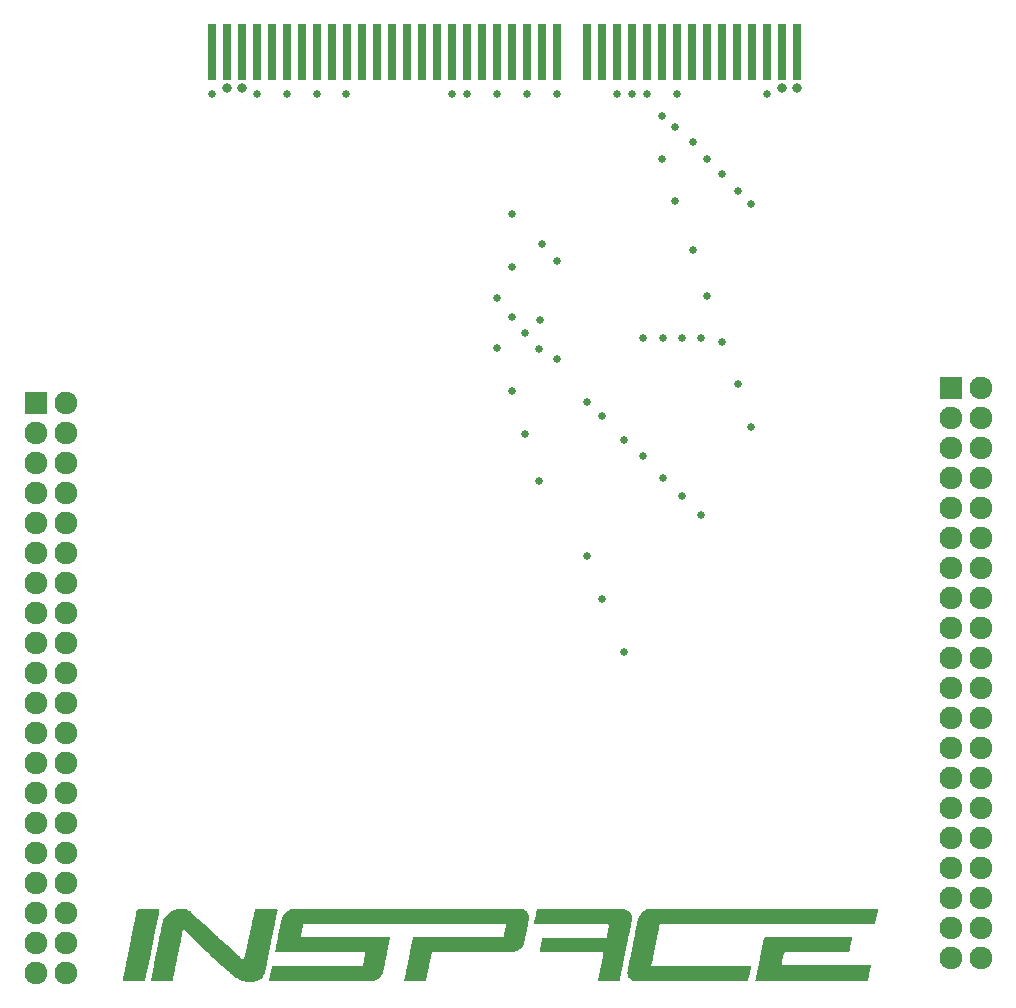
<source format=gbr>
%TF.GenerationSoftware,Altium Limited,Altium Designer,22.11.1 (43)*%
G04 Layer_Color=8388736*
%FSLAX45Y45*%
%MOMM*%
%TF.SameCoordinates,C297AA42-F212-4987-B5A2-20FF98F52B47*%
%TF.FilePolarity,Negative*%
%TF.FileFunction,Soldermask,Top*%
%TF.Part,Single*%
G01*
G75*
%TA.AperFunction,SMDPad,CuDef*%
%ADD21R,0.73320X4.77520*%
%TA.AperFunction,ComponentPad*%
%ADD22C,1.92820*%
%ADD23R,1.92820X1.92820*%
%TA.AperFunction,ViaPad*%
%ADD24C,0.64720*%
%ADD25C,0.83820*%
G36*
X4955054Y2504812D02*
X4980163Y2492723D01*
X4982023Y2489003D01*
X4988533Y2484353D01*
X4995042Y2474124D01*
X4998762Y2464824D01*
X5004342Y2444365D01*
X5002482Y2416466D01*
X5000622Y2410886D01*
X4998762Y2397867D01*
X4995972Y2382057D01*
X4994112Y2374618D01*
X4991323Y2364388D01*
X4989462Y2351369D01*
X4986673Y2335559D01*
X4984813Y2328120D01*
X4982023Y2317890D01*
X4980163Y2299291D01*
X4976443Y2284411D01*
X4972723Y2271392D01*
X4970863Y2252793D01*
X4969003Y2245353D01*
X4963424Y2226754D01*
X4960634Y2214664D01*
X4954124Y2202575D01*
X4948544Y2193275D01*
X4940175Y2183046D01*
X4937385Y2180256D01*
X4935525Y2176536D01*
X4932735Y2173746D01*
X4929015Y2171886D01*
X4921575Y2164446D01*
X4917855Y2162586D01*
X4914135Y2158867D01*
X4902046Y2154217D01*
X4889956Y2147707D01*
X4876007Y2144917D01*
X4850898Y2142127D01*
X4193415Y2143057D01*
X4182255Y2141197D01*
X4178535Y2137477D01*
X4176675Y2124458D01*
X4173886Y2108649D01*
X4171096Y2098419D01*
X4169236Y2090979D01*
X4164586Y2064010D01*
X4161796Y2053781D01*
X4159936Y2046341D01*
X4157146Y2024952D01*
X4152496Y2009143D01*
X4150637Y1996123D01*
X4147847Y1980314D01*
X4145057Y1970084D01*
X4141337Y1955205D01*
X4139477Y1936605D01*
X4137617Y1931026D01*
X4133897Y1918006D01*
X4132037Y1904987D01*
X4130177Y1901267D01*
X4127387Y1898477D01*
X3948835Y1900337D01*
X3946045Y1903127D01*
X3947905Y1910567D01*
X3951625Y1919866D01*
X3953485Y1938466D01*
X3955344Y1945905D01*
X3958134Y1957995D01*
X3960924Y1968224D01*
X3962784Y1981244D01*
X3965574Y1997053D01*
X3967434Y2004493D01*
X3970224Y2014722D01*
X3974874Y2043551D01*
X3977664Y2053781D01*
X3979523Y2061220D01*
X3984173Y2088189D01*
X3987893Y2103069D01*
X3991613Y2127248D01*
X3993473Y2134688D01*
X3996263Y2144917D01*
X3998123Y2152357D01*
X4000913Y2173746D01*
X4005562Y2189555D01*
X4007422Y2202575D01*
X4010212Y2218384D01*
X4012072Y2225824D01*
X4014862Y2236053D01*
X4016722Y2249073D01*
X4019512Y2263022D01*
X4024162Y2269532D01*
X4781151Y2271392D01*
X4787661Y2274182D01*
X4790451Y2276972D01*
X4792310Y2284411D01*
X4795100Y2305801D01*
X4799750Y2321610D01*
X4801610Y2334629D01*
X4804400Y2350439D01*
X4807190Y2360668D01*
X4810910Y2373688D01*
X4808120Y2380198D01*
X3299721D01*
X3091410Y2378338D01*
X3088620Y2375548D01*
X3086760Y2351369D01*
X3083040Y2342069D01*
X3081180Y2334629D01*
X3077460Y2308591D01*
X3071880Y2289991D01*
X3070021Y2276972D01*
X3071880Y2273252D01*
X3074670Y2270462D01*
X3826080Y2268602D01*
X3827010Y2258372D01*
X3823290Y2249073D01*
X3819570Y2226754D01*
X3816780Y2210945D01*
X3812130Y2195135D01*
X3809340Y2173746D01*
X3807481Y2166306D01*
X3804691Y2156077D01*
X3802831Y2148637D01*
X3800041Y2127248D01*
X3798181Y2119808D01*
X3795391Y2109578D01*
X3793531Y2102139D01*
X3790741Y2080750D01*
X3787951Y2070520D01*
X3784231Y2055641D01*
X3782372Y2037041D01*
X3780512Y2031462D01*
X3776792Y2018442D01*
X3774932Y1999843D01*
X3768422Y1982174D01*
X3766562Y1972874D01*
X3762842Y1963574D01*
X3758193Y1955205D01*
X3750753Y1942185D01*
X3742383Y1931956D01*
X3739593Y1929166D01*
X3737733Y1925446D01*
X3723784Y1915216D01*
X3707045Y1907777D01*
X3681006Y1900337D01*
X3662406Y1898477D01*
X2804051Y1899407D01*
X2802191Y1906847D01*
X2805911Y1921726D01*
X2809631Y1934746D01*
X2811491Y1947765D01*
X2814281Y1961715D01*
X2816141Y1969154D01*
X2818931Y1979384D01*
X2823581Y2006353D01*
X2825440Y2013793D01*
X2828230Y2020302D01*
X2831020Y2023092D01*
X2838460Y2024952D01*
X3594519Y2025882D01*
X3596379Y2033322D01*
X3598239Y2046341D01*
X3601959Y2059361D01*
X3605679Y2074240D01*
X3607539Y2092839D01*
X3609399Y2098419D01*
X3613119Y2111439D01*
X3616838Y2137477D01*
X3612188Y2142127D01*
X3604749Y2143987D01*
X3597309Y2142127D01*
X2871008Y2143057D01*
X2860779Y2142127D01*
X2854269Y2146777D01*
X2857059Y2173746D01*
X2858919Y2183046D01*
X2863569Y2198855D01*
X2866359Y2220244D01*
X2871939Y2242563D01*
X2873798Y2253723D01*
X2877518Y2274182D01*
X2881238Y2289061D01*
X2884958Y2313240D01*
X2886818Y2320680D01*
X2889608Y2330909D01*
X2891468Y2343929D01*
X2894258Y2359738D01*
X2897048Y2369968D01*
X2898907Y2377408D01*
X2900767Y2390427D01*
X2903557Y2406236D01*
X2908207Y2422046D01*
X2911927Y2436925D01*
X2915647Y2440645D01*
X2919367Y2449945D01*
X2921227Y2453665D01*
X2926806Y2459244D01*
X2932386Y2468544D01*
X2950055Y2486213D01*
X2959355Y2491793D01*
X2983534Y2502953D01*
X2996554Y2504812D01*
X3020733Y2506672D01*
X4955054Y2504812D01*
D02*
G37*
G36*
X1873159D02*
X1874089Y2490863D01*
X1872229Y2485283D01*
X1869439Y2475054D01*
X1867579Y2467614D01*
X1862000Y2434135D01*
X1859210Y2423906D01*
X1857350Y2416466D01*
X1852700Y2389497D01*
X1849910Y2379268D01*
X1848050Y2371828D01*
X1845260Y2350439D01*
X1843400Y2342999D01*
X1840610Y2332770D01*
X1838750Y2325330D01*
X1836891Y2306730D01*
X1835031Y2301151D01*
X1831311Y2288131D01*
X1829451Y2275112D01*
X1826661Y2259303D01*
X1823871Y2249073D01*
X1822011Y2241633D01*
X1817361Y2212804D01*
X1814571Y2202575D01*
X1812712Y2195135D01*
X1808062Y2168166D01*
X1805272Y2157937D01*
X1803412Y2150497D01*
X1800622Y2129108D01*
X1798762Y2121668D01*
X1795972Y2111439D01*
X1794112Y2103999D01*
X1792252Y2085399D01*
X1790392Y2079820D01*
X1786673Y2066800D01*
X1784813Y2053781D01*
X1782023Y2037972D01*
X1779233Y2027742D01*
X1777373Y2020302D01*
X1775513Y2007283D01*
X1772723Y1991473D01*
X1769933Y1981244D01*
X1768073Y1973804D01*
X1763424Y1946835D01*
X1760634Y1936605D01*
X1758774Y1929166D01*
X1755984Y1907777D01*
X1753194Y1901267D01*
X1744824Y1898477D01*
X1561622Y1899407D01*
X1562552Y1918936D01*
X1566272Y1920796D01*
X1569061Y1931026D01*
X1570921Y1949625D01*
X1572781Y1957065D01*
X1575571Y1967294D01*
X1577431Y1974734D01*
X1579291Y1985894D01*
X1583011Y2006353D01*
X1584871Y2013793D01*
X1587661Y2024022D01*
X1590451Y2045411D01*
X1592311Y2052851D01*
X1595100Y2063080D01*
X1596960Y2070520D01*
X1599750Y2091909D01*
X1604400Y2107719D01*
X1606260Y2120738D01*
X1609050Y2136547D01*
X1610910Y2143987D01*
X1613700Y2154217D01*
X1615560Y2167236D01*
X1618350Y2183046D01*
X1621139Y2193275D01*
X1622999Y2200715D01*
X1627649Y2227684D01*
X1630439Y2237913D01*
X1632299Y2245353D01*
X1635089Y2266742D01*
X1636949Y2274182D01*
X1639739Y2284411D01*
X1641598Y2291851D01*
X1644388Y2313240D01*
X1649038Y2329050D01*
X1650898Y2342069D01*
X1653688Y2357878D01*
X1656478Y2368108D01*
X1658338Y2375548D01*
X1660198Y2388567D01*
X1662988Y2404376D01*
X1665777Y2414606D01*
X1667638Y2422046D01*
X1672287Y2449015D01*
X1675077Y2459244D01*
X1676937Y2466684D01*
X1679727Y2488073D01*
X1681587Y2495513D01*
X1684377Y2502023D01*
X1689027Y2506672D01*
X1808062D01*
X1873159Y2504812D01*
D02*
G37*
G36*
X2074031Y2506672D02*
X2075891D01*
X2083331Y2504812D01*
X2100070Y2502953D01*
X2116809Y2495513D01*
X2124249Y2493653D01*
X2129829Y2488073D01*
X2137268Y2486213D01*
X2144708Y2478774D01*
X2148428Y2476914D01*
X2165167Y2460174D01*
X2168887Y2458314D01*
X2183767Y2443435D01*
X2187486Y2441575D01*
X2204226Y2424836D01*
X2207946Y2422976D01*
X2224685Y2406236D01*
X2228405Y2404376D01*
X2252584Y2380198D01*
X2256304Y2378338D01*
X2273043Y2361598D01*
X2276763Y2359738D01*
X2280483Y2354159D01*
X2284202Y2352299D01*
X2300942Y2335559D01*
X2304662Y2333699D01*
X2313961Y2324400D01*
X2317681Y2322540D01*
X2341860Y2298361D01*
X2345580Y2296501D01*
X2362319Y2279762D01*
X2365109Y2278832D01*
X2366969Y2275112D01*
X2373479Y2270462D01*
X2395798Y2248143D01*
X2399518Y2246283D01*
X2408817Y2236983D01*
X2412537Y2235124D01*
X2431136Y2216524D01*
X2434856Y2214664D01*
X2436716Y2210945D01*
X2440436Y2209084D01*
X2449736Y2199785D01*
X2452526Y2198855D01*
X2454385Y2195135D01*
X2457175Y2192345D01*
X2460895Y2190485D01*
X2485074Y2166306D01*
X2488794Y2164446D01*
X2505533Y2147707D01*
X2509253Y2145847D01*
X2511113Y2142127D01*
X2514833Y2140267D01*
X2525993Y2129108D01*
X2529712Y2127248D01*
X2546452Y2110509D01*
X2550172Y2108649D01*
X2552031Y2104929D01*
X2555751Y2103069D01*
X2574351Y2084470D01*
X2577140Y2083540D01*
X2579000Y2079820D01*
X2581790Y2077030D01*
X2589230Y2078890D01*
X2591090Y2086330D01*
X2593880Y2096559D01*
X2595740Y2103999D01*
X2597600Y2117018D01*
X2600390Y2129108D01*
X2605039Y2144917D01*
X2608759Y2169096D01*
X2612479Y2178396D01*
X2616199Y2204435D01*
X2621779Y2223034D01*
X2623639Y2230474D01*
X2626429Y2248143D01*
X2631078Y2263952D01*
X2632938Y2276972D01*
X2637588Y2296501D01*
X2640378Y2306730D01*
X2642238Y2319750D01*
X2644098Y2330909D01*
X2647818Y2340209D01*
X2649677Y2353229D01*
X2651537Y2360668D01*
X2654327Y2374618D01*
X2657117Y2384847D01*
X2658977Y2392287D01*
X2661767Y2409956D01*
X2666417Y2425766D01*
X2668277Y2438785D01*
X2671067Y2450875D01*
X2672927Y2458314D01*
X2675717Y2468544D01*
X2677577Y2475984D01*
X2679436Y2492723D01*
X2685946Y2504812D01*
X2693386Y2506672D01*
X2871939Y2504812D01*
X2874728Y2496443D01*
X2872869Y2490863D01*
X2870079Y2478774D01*
X2866359Y2463894D01*
X2862639Y2439715D01*
X2860779Y2432276D01*
X2857989Y2422046D01*
X2854269Y2396007D01*
X2850549Y2382987D01*
X2848690Y2375548D01*
X2846829Y2362528D01*
X2844040Y2348579D01*
X2842180Y2341139D01*
X2839390Y2330909D01*
X2837530Y2312310D01*
X2835670Y2304871D01*
X2831950Y2291851D01*
X2830090Y2284411D01*
X2827300Y2264882D01*
X2825440Y2257443D01*
X2822650Y2247213D01*
X2818931Y2221174D01*
X2817071Y2213734D01*
X2813351Y2200715D01*
X2811491Y2187695D01*
X2808701Y2171886D01*
X2805911Y2161656D01*
X2804051Y2154217D01*
X2802191Y2141197D01*
X2799402Y2127248D01*
X2796612Y2117018D01*
X2794752Y2109578D01*
X2792892Y2090979D01*
X2791032Y2083540D01*
X2787312Y2070520D01*
X2785452Y2063080D01*
X2782662Y2041691D01*
X2780802Y2034252D01*
X2778012Y2025882D01*
X2776152Y2012862D01*
X2773362Y1997053D01*
X2771503Y1989613D01*
X2768713Y1979384D01*
X2766853Y1966364D01*
X2763133Y1957065D01*
X2753833Y1940326D01*
X2750113Y1936605D01*
X2748254Y1932886D01*
X2732444Y1917076D01*
X2723145Y1911497D01*
X2719425Y1907777D01*
X2707335Y1903127D01*
X2704545Y1900337D01*
X2682226Y1894757D01*
X2679436Y1891968D01*
X2678506Y1889178D01*
X2597600Y1890107D01*
X2595740Y1893827D01*
X2585510Y1896617D01*
X2565981Y1901267D01*
X2563191Y1904057D01*
X2555751Y1905917D01*
X2527852Y1920796D01*
X2524133Y1924516D01*
X2520413Y1926376D01*
X2512973Y1933816D01*
X2509253Y1935676D01*
X2501814Y1943115D01*
X2498094Y1944975D01*
X2485074Y1957995D01*
X2481354Y1959855D01*
X2473915Y1967294D01*
X2470195Y1969154D01*
X2460895Y1978454D01*
X2457175Y1980314D01*
X2447876Y1989613D01*
X2445086Y1990543D01*
X2443226Y1994263D01*
X2436716Y1998913D01*
X2431136Y2004493D01*
X2427417Y2006353D01*
X2419977Y2013793D01*
X2416257Y2015652D01*
X2408817Y2023092D01*
X2405098Y2024952D01*
X2397658Y2032392D01*
X2393938Y2034252D01*
X2369759Y2058431D01*
X2366039Y2060291D01*
X2362319Y2065870D01*
X2358599Y2067730D01*
X2332560Y2093769D01*
X2328841Y2095629D01*
X2302802Y2121668D01*
X2299082Y2123528D01*
X2282342Y2140267D01*
X2278623Y2142127D01*
X2245144Y2175606D01*
X2241424Y2177466D01*
X2237704Y2183046D01*
X2233984Y2184905D01*
X2207946Y2210945D01*
X2204226Y2212804D01*
X2200506Y2218384D01*
X2196786Y2220244D01*
X2081471Y2335559D01*
X2073101Y2334629D01*
X2071241Y2327190D01*
X2068451Y2307661D01*
X2066591Y2300221D01*
X2063801Y2289991D01*
X2061942Y2276972D01*
X2059152Y2261162D01*
X2057292Y2253723D01*
X2054502Y2243493D01*
X2052642Y2230474D01*
X2049852Y2214664D01*
X2047062Y2204435D01*
X2045202Y2196995D01*
X2043342Y2183976D01*
X2040552Y2170026D01*
X2037762Y2159797D01*
X2035902Y2152357D01*
X2034043Y2133757D01*
X2032183Y2126318D01*
X2028463Y2113298D01*
X2026603Y2105859D01*
X2023813Y2084470D01*
X2019163Y2068660D01*
X2017303Y2055641D01*
X2014513Y2039831D01*
X2012654Y2032392D01*
X2009864Y2022162D01*
X2008004Y2009143D01*
X2005214Y1993333D01*
X2002424Y1983104D01*
X2000564Y1975664D01*
X1998704Y1962645D01*
X1995914Y1948695D01*
X1992194Y1933816D01*
X1990334Y1922656D01*
X1986615Y1902197D01*
X1977315Y1898477D01*
X1804342Y1900337D01*
X1801552Y1906847D01*
X1803412Y1912426D01*
X1806202Y1924516D01*
X1808992Y1934746D01*
X1810852Y1942185D01*
X1813642Y1963574D01*
X1815502Y1971014D01*
X1818291Y1981244D01*
X1820151Y1994263D01*
X1822941Y2010073D01*
X1824801Y2017512D01*
X1827591Y2027742D01*
X1829451Y2040761D01*
X1832241Y2058431D01*
X1836891Y2074240D01*
X1838750Y2092839D01*
X1846190Y2122598D01*
X1850840Y2149567D01*
X1854560Y2164446D01*
X1859210Y2195135D01*
X1861070Y2200715D01*
X1864790Y2215594D01*
X1867579Y2236983D01*
X1872229Y2252793D01*
X1874089Y2265812D01*
X1876879Y2283482D01*
X1879669Y2293711D01*
X1881529Y2301151D01*
X1883389Y2314170D01*
X1886179Y2329980D01*
X1888969Y2340209D01*
X1890828Y2347649D01*
X1892688Y2366248D01*
X1894548Y2373688D01*
X1898268Y2386707D01*
X1900128Y2394147D01*
X1902918Y2406236D01*
X1914077Y2428555D01*
X1923377Y2443435D01*
X1926167Y2446225D01*
X1928027Y2449945D01*
X1954996Y2476914D01*
X1964296Y2482493D01*
X1981035Y2491793D01*
X1990334Y2495513D01*
X2008004Y2502023D01*
X2018233Y2504812D01*
X2056362Y2507602D01*
X2074031Y2506672D01*
D02*
G37*
G36*
X7013990Y2270462D02*
X7732851Y2271392D01*
X7736571Y2269532D01*
X7737501Y2263022D01*
X7735641Y2253723D01*
X7733781Y2246283D01*
X7730991Y2236053D01*
X7729131Y2217454D01*
X7721691Y2187695D01*
X7717042Y2158867D01*
X7713322Y2149567D01*
X7709602Y2143987D01*
X7702162Y2142127D01*
X7693793Y2143057D01*
X7179523Y2142127D01*
X7173944Y2143987D01*
X7168364Y2142127D01*
X7159994Y2137477D01*
X7158134Y2124458D01*
X7155344Y2108649D01*
X7150695Y2092839D01*
X7146045Y2065870D01*
X7144185Y2058431D01*
X7141395Y2048201D01*
X7143255Y2033322D01*
X7896524Y2031462D01*
X7898384Y2024022D01*
X7894664Y2014722D01*
X7891874Y2002633D01*
X7888155Y1978454D01*
X7882575Y1956135D01*
X7880715Y1941255D01*
X7878855Y1931956D01*
X7876995Y1924516D01*
X7874205Y1914286D01*
X7871415Y1900337D01*
X7865836Y1898477D01*
X7531049D01*
X6922854Y1900337D01*
X6920064Y1904987D01*
X6923784Y1914286D01*
X6925644Y1921726D01*
X6928434Y1943115D01*
X6931224Y1953345D01*
X6934943Y1968224D01*
X6936803Y1986824D01*
X6938663Y1992403D01*
X6942383Y2005423D01*
X6944243Y2018442D01*
X6947033Y2034252D01*
X6949823Y2044481D01*
X6951683Y2051921D01*
X6956333Y2080750D01*
X6959122Y2090979D01*
X6960982Y2098419D01*
X6965632Y2125388D01*
X6968422Y2135618D01*
X6970282Y2143057D01*
X6973072Y2164446D01*
X6974932Y2171886D01*
X6977722Y2182116D01*
X6979582Y2189555D01*
X6982372Y2210945D01*
X6987021Y2226754D01*
X6991671Y2255583D01*
X6995391Y2264882D01*
X6999111Y2270462D01*
X7008410Y2272322D01*
X7013990Y2270462D01*
D02*
G37*
G36*
X7961622Y2505743D02*
X7960692Y2489933D01*
X7956972Y2488073D01*
X7954182Y2477844D01*
X7952322Y2464824D01*
X7949532Y2450875D01*
X7944882Y2435065D01*
X7942093Y2417396D01*
X7940233Y2409956D01*
X7935583Y2394147D01*
X7933723Y2382987D01*
X7930933Y2380198D01*
X6733142D01*
X6110067Y2378338D01*
X6107277Y2375548D01*
X6105417Y2356949D01*
X6103557Y2349509D01*
X6101697Y2338349D01*
X6099837Y2332770D01*
X6096118Y2317890D01*
X6094258Y2299291D01*
X6092398Y2293711D01*
X6088678Y2280692D01*
X6084028Y2253723D01*
X6080308Y2238843D01*
X6078448Y2227684D01*
X6074728Y2207225D01*
X6071939Y2196995D01*
X6070079Y2189555D01*
X6067289Y2168166D01*
X6064499Y2157937D01*
X6060779Y2143057D01*
X6058919Y2124458D01*
X6057059Y2118878D01*
X6053339Y2105859D01*
X6051479Y2092839D01*
X6048689Y2077030D01*
X6045900Y2066800D01*
X6044040Y2059361D01*
X6042180Y2046341D01*
X6039390Y2032392D01*
X6038460Y2029602D01*
X6043110Y2024952D01*
X6052409Y2023092D01*
X6057989Y2024952D01*
X6880076Y2023092D01*
X6882866Y2020302D01*
X6880076Y2000773D01*
X6876356Y1985894D01*
X6873566Y1975664D01*
X6870776Y1954275D01*
X6867986Y1944045D01*
X6864266Y1929166D01*
X6861476Y1909637D01*
X6857757Y1900337D01*
X6850317Y1898477D01*
X5883156Y1900337D01*
X5862697Y1911497D01*
X5846888Y1923586D01*
X5845028Y1927306D01*
X5841308Y1931026D01*
X5837588Y1940326D01*
X5835728Y1970084D01*
X5837588Y1983104D01*
X5839448Y2001703D01*
X5843168Y2011003D01*
X5845028Y2024022D01*
X5846888Y2031462D01*
X5848748Y2048201D01*
X5852467Y2057501D01*
X5856187Y2083540D01*
X5858977Y2093769D01*
X5862697Y2108649D01*
X5864557Y2123528D01*
X5866417Y2132828D01*
X5868277Y2140267D01*
X5871067Y2150497D01*
X5872927Y2163516D01*
X5875716Y2179326D01*
X5878506Y2189555D01*
X5880366Y2196995D01*
X5882226Y2210014D01*
X5885016Y2225824D01*
X5889666Y2241633D01*
X5892456Y2263022D01*
X5894316Y2270462D01*
X5897106Y2280692D01*
X5898966Y2288131D01*
X5901755Y2309520D01*
X5904545Y2319750D01*
X5908265Y2334629D01*
X5910125Y2353229D01*
X5911985Y2358808D01*
X5915705Y2371828D01*
X5917565Y2384847D01*
X5920355Y2400657D01*
X5925004Y2416466D01*
X5928724Y2433205D01*
X5934304Y2442505D01*
X5941744Y2455524D01*
X5951043Y2468544D01*
X5954763Y2472264D01*
X5956623Y2475984D01*
X5963133Y2480634D01*
X5968713Y2486213D01*
X5978012Y2491793D01*
X6002191Y2502953D01*
X6015211Y2504812D01*
X6039390Y2506672D01*
X7961622Y2505743D01*
D02*
G37*
G36*
X5806899Y2504812D02*
X5812479Y2502953D01*
X5819919Y2501093D01*
X5832938Y2495513D01*
X5842238Y2489933D01*
X5855257Y2480634D01*
X5863627Y2472264D01*
X5865487Y2468544D01*
X5869207Y2464824D01*
X5872927Y2455524D01*
X5874787Y2431345D01*
X5871997Y2402517D01*
X5866417Y2380198D01*
X5864557Y2370898D01*
X5862697Y2356019D01*
X5860837Y2348579D01*
X5858047Y2338349D01*
X5856187Y2330909D01*
X5854327Y2312310D01*
X5852467Y2304871D01*
X5848748Y2291851D01*
X5846888Y2284411D01*
X5844098Y2264882D01*
X5842238Y2257443D01*
X5839448Y2247213D01*
X5837588Y2234193D01*
X5834798Y2218384D01*
X5832008Y2208155D01*
X5830148Y2200715D01*
X5828288Y2187695D01*
X5825498Y2173746D01*
X5823639Y2166306D01*
X5820849Y2156077D01*
X5818989Y2137477D01*
X5817129Y2130038D01*
X5813409Y2117018D01*
X5811549Y2109578D01*
X5809689Y2090979D01*
X5805969Y2077960D01*
X5802250Y2063080D01*
X5799460Y2043551D01*
X5797600Y2036111D01*
X5794810Y2025882D01*
X5792950Y2012862D01*
X5790160Y1997053D01*
X5787370Y1986824D01*
X5785510Y1979384D01*
X5783650Y1966364D01*
X5780860Y1952415D01*
X5779000Y1944975D01*
X5776210Y1934746D01*
X5774351Y1916147D01*
X5772491Y1908707D01*
X5767841Y1900337D01*
X5760401Y1898477D01*
X5589288Y1900337D01*
X5586498Y1904987D01*
X5588358Y1910567D01*
X5591148Y1922656D01*
X5593938Y1932886D01*
X5597658Y1958925D01*
X5603237Y1977524D01*
X5605098Y1990543D01*
X5607887Y2006353D01*
X5610677Y2016582D01*
X5612537Y2024022D01*
X5614397Y2037041D01*
X5617187Y2050991D01*
X5619047Y2058431D01*
X5621837Y2068660D01*
X5626487Y2095629D01*
X5630206Y2110509D01*
X5632996Y2135618D01*
X5631136Y2141197D01*
X5622767Y2143987D01*
X5615327Y2142127D01*
X5110358Y2143057D01*
X5105708Y2142127D01*
X5103848D01*
X5095478Y2146777D01*
X5097338Y2174676D01*
X5099198Y2180256D01*
X5102918Y2193275D01*
X5104778Y2200715D01*
X5106638Y2219314D01*
X5108498Y2224894D01*
X5112218Y2237913D01*
X5114077Y2250933D01*
X5115937Y2258372D01*
X5120587Y2263022D01*
X5658105Y2264882D01*
X5660895Y2267672D01*
X5666475Y2289991D01*
X5668335Y2308591D01*
X5670195Y2316030D01*
X5673915Y2329050D01*
X5677635Y2355089D01*
X5679494Y2362528D01*
X5677635Y2375548D01*
X5674845Y2378338D01*
X5667405Y2380198D01*
X5046190Y2382057D01*
X5045260Y2390427D01*
X5048980Y2399727D01*
X5052700Y2425766D01*
X5055490Y2437855D01*
X5058280Y2448085D01*
X5060139Y2455524D01*
X5062929Y2476914D01*
X5064789Y2484353D01*
X5067579Y2494583D01*
X5069439Y2502023D01*
X5074089Y2506672D01*
X5806899Y2504812D01*
D02*
G37*
D21*
X2317650Y9760000D02*
D03*
X2444650D02*
D03*
X2571650D02*
D03*
X2698650D02*
D03*
X2825650D02*
D03*
X2952650D02*
D03*
X3079650D02*
D03*
X3206650D02*
D03*
X3333650D02*
D03*
X3460650D02*
D03*
X3587650D02*
D03*
X3714650D02*
D03*
X3841650D02*
D03*
X3968650D02*
D03*
X4095650D02*
D03*
X4222650D02*
D03*
X4349650D02*
D03*
X4476650D02*
D03*
X4603650D02*
D03*
X4730650D02*
D03*
X4857650D02*
D03*
X4984650D02*
D03*
X5111650D02*
D03*
X5238650D02*
D03*
X5492650D02*
D03*
X5619650D02*
D03*
X5746650D02*
D03*
X5873650D02*
D03*
X6000650D02*
D03*
X6127650D02*
D03*
X6254650D02*
D03*
X6381650D02*
D03*
X6508650D02*
D03*
X6635650D02*
D03*
X6762650D02*
D03*
X6889650D02*
D03*
X7016650D02*
D03*
X7143650D02*
D03*
X7270650D02*
D03*
D22*
X8826500Y2095500D02*
D03*
X8572500D02*
D03*
X8826500Y2349500D02*
D03*
X8572500D02*
D03*
X8826500Y2603500D02*
D03*
X8572500D02*
D03*
X8826500Y2857500D02*
D03*
X8572500D02*
D03*
X8826500Y3111500D02*
D03*
X8572500D02*
D03*
X8826500Y3365500D02*
D03*
X8572500D02*
D03*
X8826500Y3619500D02*
D03*
X8572500D02*
D03*
X8826500Y3873500D02*
D03*
X8572500D02*
D03*
X8826500Y4127500D02*
D03*
X8572500D02*
D03*
X8826500Y4381500D02*
D03*
X8572500D02*
D03*
X8826500Y4635500D02*
D03*
X8572500D02*
D03*
X8826500Y4889500D02*
D03*
X8572500D02*
D03*
X8826500Y5143500D02*
D03*
X8572500D02*
D03*
X8826500Y5397500D02*
D03*
X8572500D02*
D03*
X8826500Y5651500D02*
D03*
X8572500D02*
D03*
X8826500Y5905500D02*
D03*
X8572500D02*
D03*
X8826500Y6159500D02*
D03*
X8572500D02*
D03*
X8826500Y6413500D02*
D03*
X8572500D02*
D03*
X8826500Y6667500D02*
D03*
X8572500D02*
D03*
X8826500Y6921500D02*
D03*
X1079500Y1968500D02*
D03*
X825500D02*
D03*
X1079500Y2222500D02*
D03*
X825500D02*
D03*
X1079500Y2476500D02*
D03*
X825500D02*
D03*
X1079500Y2730500D02*
D03*
X825500D02*
D03*
X1079500Y2984500D02*
D03*
X825500D02*
D03*
X1079500Y3238500D02*
D03*
X825500D02*
D03*
X1079500Y3492500D02*
D03*
X825500D02*
D03*
X1079500Y3746500D02*
D03*
X825500D02*
D03*
X1079500Y4000500D02*
D03*
X825500D02*
D03*
X1079500Y4254500D02*
D03*
X825500D02*
D03*
X1079500Y4508500D02*
D03*
X825500D02*
D03*
X1079500Y4762500D02*
D03*
X825500D02*
D03*
X1079500Y5016500D02*
D03*
X825500D02*
D03*
X1079500Y5270500D02*
D03*
X825500D02*
D03*
X1079500Y5524500D02*
D03*
X825500D02*
D03*
X1079500Y5778500D02*
D03*
X825500D02*
D03*
X1079500Y6032500D02*
D03*
X825500D02*
D03*
X1079500Y6286500D02*
D03*
X825500D02*
D03*
X1079500Y6540500D02*
D03*
X825500D02*
D03*
X1079500Y6794500D02*
D03*
D23*
X8572500Y6921500D02*
D03*
X825500Y6794500D02*
D03*
D24*
X4968664Y6531336D02*
D03*
X6000700Y9410000D02*
D03*
X6130000Y9220000D02*
D03*
X6254700Y9410000D02*
D03*
X6460000Y7340000D02*
D03*
Y5840000D02*
D03*
X5970000Y6340000D02*
D03*
X6300000Y6000000D02*
D03*
Y7340000D02*
D03*
X6140000D02*
D03*
Y6160000D02*
D03*
X6390000Y8088000D02*
D03*
X6130000Y8856000D02*
D03*
X6240000Y9130000D02*
D03*
X6390000Y9000000D02*
D03*
X6240000Y8500000D02*
D03*
X6510000Y8860000D02*
D03*
X5970000Y7340000D02*
D03*
X5810000Y4680000D02*
D03*
Y6480000D02*
D03*
X5873700Y9410000D02*
D03*
X5746700D02*
D03*
X5620000Y6680000D02*
D03*
X5490000Y6800000D02*
D03*
X5620000Y5130000D02*
D03*
X5490000Y5500000D02*
D03*
X5240000Y7160000D02*
D03*
X5090000Y7250000D02*
D03*
X5240000Y7990000D02*
D03*
X5100000Y7490000D02*
D03*
X4970000Y7380000D02*
D03*
X5110000Y8140000D02*
D03*
X4984700Y9410000D02*
D03*
X5090000Y6130000D02*
D03*
X4860000Y7520000D02*
D03*
Y6890000D02*
D03*
X4730000Y7260000D02*
D03*
Y7680000D02*
D03*
X4860000Y7940000D02*
D03*
X4476700Y9410000D02*
D03*
X4860000Y8390000D02*
D03*
X6880000Y6590000D02*
D03*
Y8480000D02*
D03*
X6770000Y6950000D02*
D03*
Y8590000D02*
D03*
X6640000Y8730000D02*
D03*
Y7310000D02*
D03*
X6510000Y7700000D02*
D03*
X5238700Y9410000D02*
D03*
X7016700D02*
D03*
X3457750D02*
D03*
X4349700D02*
D03*
X2952700D02*
D03*
X4730700D02*
D03*
X3206700D02*
D03*
X2698700D02*
D03*
X2317700D02*
D03*
D25*
X2444700Y9460000D02*
D03*
X2571700D02*
D03*
X7270700D02*
D03*
X7143700D02*
D03*
%TF.MD5,38e8db64696a27279f8b93e3b217d3e9*%
M02*

</source>
